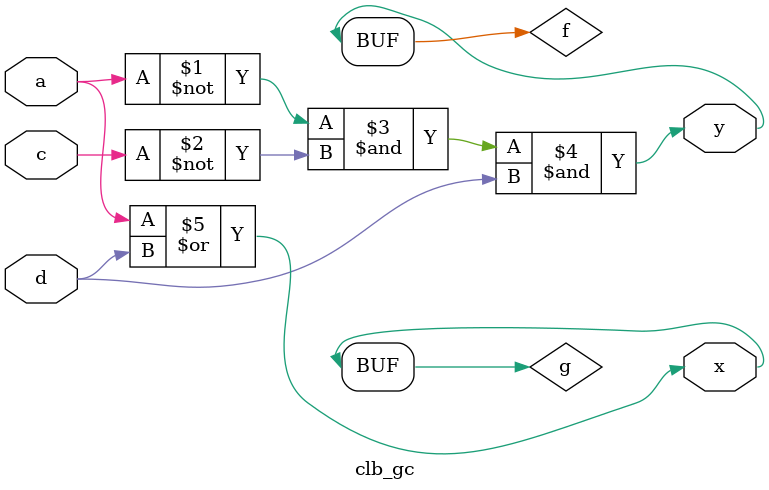
<source format=v>
module clb_gc(
	input a,
	input c,
	input d,
	output x,
	output y
);

	wire f, g;
	
	assign f = ~a & ~c & d;
	assign g = a | d;
	assign x = g;
	assign y = f;
	
endmodule

</source>
